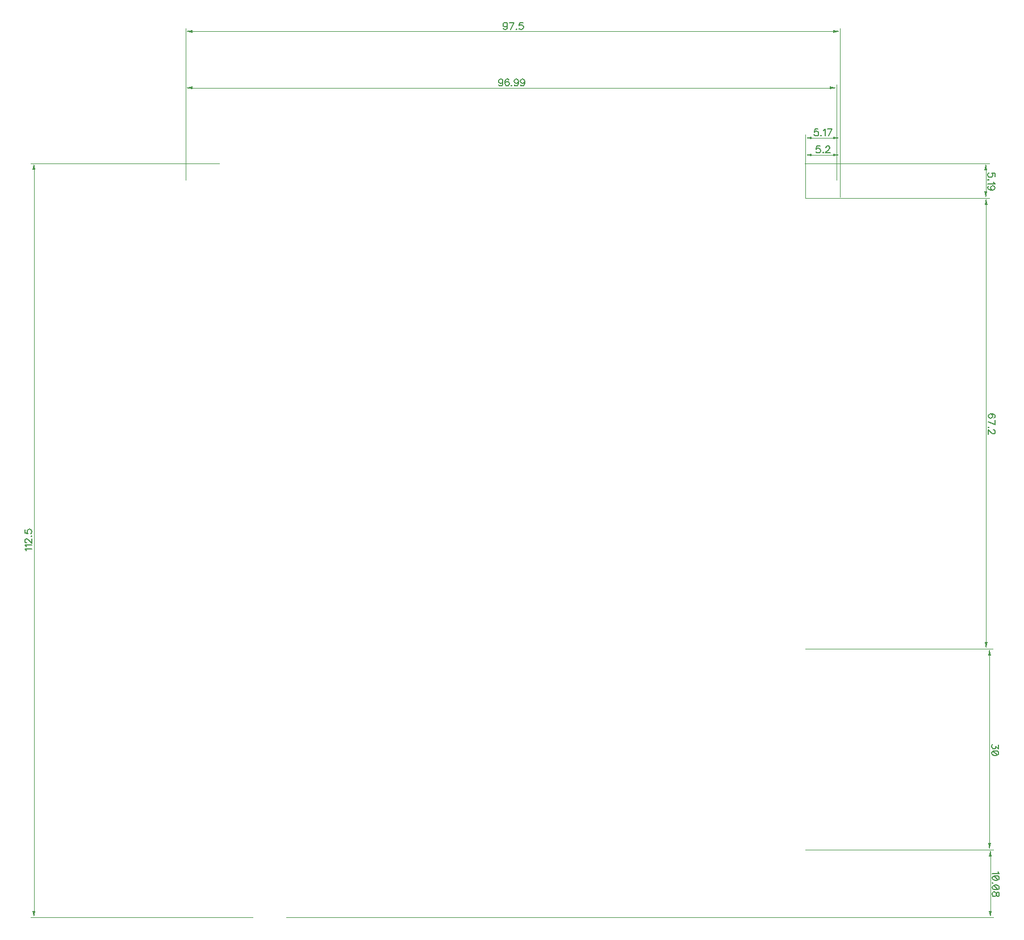
<source format=gbr>
G04 DipTrace 3.1.0.1*
G04 Panal-PCB-rev2-route-component2.TopDimension.gbr*
%MOIN*%
G04 #@! TF.FileFunction,Drawing,Top*
G04 #@! TF.Part,Single*
%ADD13C,0.001378*%
%ADD96C,0.006176*%
%FSLAX26Y26*%
G04*
G70*
G90*
G75*
G01*
G04 TopDimension*
%LPD*%
X4028963Y790892D2*
D13*
X5135262D1*
X984646Y394016D2*
X5135262D1*
X5115577Y592454D2*
Y751522D1*
G36*
Y790892D2*
X5123451Y751522D1*
X5107703D1*
X5115577Y790892D1*
G37*
Y592454D2*
D13*
Y433386D1*
G36*
Y394016D2*
X5107703Y433386D1*
X5123451D1*
X5115577Y394016D1*
G37*
X4028963Y4617664D2*
D13*
X5109475D1*
X4027290Y4821896D2*
X5109475D1*
X5089790Y4719780D2*
Y4657034D1*
G36*
Y4617664D2*
X5081916Y4657034D1*
X5097664D1*
X5089790Y4617664D1*
G37*
Y4719780D2*
D13*
Y4782526D1*
G36*
Y4821896D2*
X5097664Y4782526D1*
X5081916D1*
X5089790Y4821896D1*
G37*
X4028963Y790892D2*
D13*
X5131325D1*
X4028963Y1971995D2*
X5131325D1*
X5111640Y1381444D2*
Y830262D1*
G36*
Y790892D2*
X5103766Y830262D1*
X5119514D1*
X5111640Y790892D1*
G37*
Y1381444D2*
D13*
Y1932625D1*
G36*
Y1971995D2*
X5119514Y1932625D1*
X5103766D1*
X5111640Y1971995D1*
G37*
X4028963Y4617664D2*
D13*
X5111640D1*
X4028963Y1971995D2*
X5111640D1*
X5091955Y3294829D2*
Y4578294D1*
G36*
Y4617664D2*
X5099829Y4578294D1*
X5084081D1*
X5091955Y4617664D1*
G37*
Y3294829D2*
D13*
Y2011365D1*
G36*
Y1971995D2*
X5084081Y2011365D1*
X5099829D1*
X5091955Y1971995D1*
G37*
X4028963Y4617664D2*
D13*
Y4891202D1*
X4233612Y4715283D2*
Y4891202D1*
X4131287Y4871517D2*
X4068333D1*
G36*
X4028963D2*
X4068333Y4879391D1*
Y4863643D1*
X4028963Y4871517D1*
G37*
X4131287D2*
D13*
X4194241D1*
G36*
X4233612D2*
X4194241Y4863643D1*
Y4879391D1*
X4233612Y4871517D1*
G37*
X4232598Y4626299D2*
D13*
Y4991192D1*
X4028963Y4617664D2*
Y4991192D1*
X4130781Y4971507D2*
X4193228D1*
G36*
X4232598D2*
X4193228Y4963633D1*
Y4979381D1*
X4232598Y4971507D1*
G37*
X4130781D2*
D13*
X4068333D1*
G36*
X4028963D2*
X4068333Y4979381D1*
Y4963633D1*
X4028963Y4971507D1*
G37*
X394016Y4724724D2*
D13*
Y5285331D1*
X4212598Y4724235D2*
Y5285331D1*
X2303307Y5265646D2*
X433386D1*
G36*
X394016D2*
X433386Y5273520D1*
Y5257772D1*
X394016Y5265646D1*
G37*
X2303307D2*
D13*
X4173228D1*
G36*
X4212598D2*
X4173228Y5257772D1*
Y5273520D1*
X4212598Y5265646D1*
G37*
X590866Y4823150D2*
D13*
X-517395D1*
X787598Y394016D2*
X-517395D1*
X-497710Y2608583D2*
Y4783780D1*
G36*
Y4823150D2*
X-489836Y4783780D1*
X-505584D1*
X-497710Y4823150D1*
G37*
Y2608583D2*
D13*
Y433386D1*
G36*
Y394016D2*
X-505584Y433386D1*
X-489836D1*
X-497710Y394016D1*
G37*
X394016Y4724724D2*
D13*
Y5616581D1*
X4232598Y4626299D2*
Y5616581D1*
X2313307Y5596896D2*
X433386D1*
G36*
X394016D2*
X433386Y5604770D1*
Y5589022D1*
X394016Y5596896D1*
G37*
X2313307D2*
D13*
X4193228D1*
G36*
X4232598D2*
X4193228Y5589022D1*
Y5604770D1*
X4232598Y5596896D1*
G37*
X5160287Y660960D2*
D96*
X5162232Y657113D1*
X5167936Y651365D1*
X5127788D1*
X5167936Y627517D2*
X5166035Y633265D1*
X5160287Y637112D1*
X5150736Y639013D1*
X5144988D1*
X5135437Y637112D1*
X5129689Y633265D1*
X5127788Y627517D1*
Y623715D1*
X5129689Y617967D1*
X5135437Y614164D1*
X5144988Y612219D1*
X5150736D1*
X5160287Y614164D1*
X5166035Y617967D1*
X5167936Y623715D1*
Y627517D1*
X5160287Y614164D2*
X5135437Y637112D1*
X5131635Y597966D2*
X5129689Y599867D1*
X5127788Y597966D1*
X5129689Y596021D1*
X5131635Y597966D1*
X5167936Y572173D2*
X5166035Y577921D1*
X5160287Y581768D1*
X5150736Y583669D1*
X5144988D1*
X5135437Y581768D1*
X5129689Y577921D1*
X5127788Y572173D1*
Y568371D1*
X5129689Y562623D1*
X5135437Y558820D1*
X5144988Y556875D1*
X5150736D1*
X5160287Y558820D1*
X5166035Y562623D1*
X5167936Y568371D1*
Y572173D1*
X5160287Y558820D2*
X5135437Y581768D1*
X5167936Y534973D2*
X5166035Y540676D1*
X5162232Y542622D1*
X5158385D1*
X5154583Y540676D1*
X5152637Y536874D1*
X5150736Y529225D1*
X5148835Y523477D1*
X5144988Y519674D1*
X5141186Y517773D1*
X5135437D1*
X5131635Y519674D1*
X5129689Y521575D1*
X5127788Y527323D1*
Y534973D1*
X5129689Y540676D1*
X5131635Y542622D1*
X5135437Y544523D1*
X5141186D1*
X5144988Y542622D1*
X5148835Y538775D1*
X5150736Y533071D1*
X5152637Y525422D1*
X5154583Y521575D1*
X5158385Y519674D1*
X5162232D1*
X5166035Y521575D1*
X5167936Y527323D1*
Y534973D1*
X5142149Y4744836D2*
Y4763937D1*
X5124949Y4765839D1*
X5126850Y4763937D1*
X5128795Y4758189D1*
Y4752486D1*
X5126850Y4746738D1*
X5123047Y4742891D1*
X5117299Y4740990D1*
X5113497D1*
X5107749Y4742891D1*
X5103902Y4746738D1*
X5102001Y4752486D1*
Y4758189D1*
X5103902Y4763937D1*
X5105848Y4765839D1*
X5109650Y4767784D1*
X5105848Y4726737D2*
X5103902Y4728638D1*
X5102001Y4726737D1*
X5103902Y4724791D1*
X5105848Y4726737D1*
X5134499Y4712440D2*
X5136445Y4708593D1*
X5142149Y4702845D1*
X5102001D1*
X5128795Y4665600D2*
X5123047Y4667546D1*
X5119201Y4671348D1*
X5117299Y4677096D1*
Y4678998D1*
X5119201Y4684746D1*
X5123047Y4688548D1*
X5128795Y4690494D1*
X5130697D1*
X5136445Y4688548D1*
X5140247Y4684746D1*
X5142149Y4678998D1*
Y4677096D1*
X5140247Y4671348D1*
X5136445Y4667546D1*
X5128795Y4665600D1*
X5119201D1*
X5109650Y4667546D1*
X5103902Y4671348D1*
X5102001Y4677096D1*
Y4680899D1*
X5103902Y4686647D1*
X5107749Y4688548D1*
X5163999Y1407479D2*
Y1386477D1*
X5148700Y1397929D1*
Y1392181D1*
X5146799Y1388378D1*
X5144898Y1386477D1*
X5139150Y1384531D1*
X5135347D1*
X5129599Y1386477D1*
X5125752Y1390279D1*
X5123851Y1396027D1*
Y1401776D1*
X5125752Y1407479D1*
X5127698Y1409381D1*
X5131500Y1411326D1*
X5163999Y1360684D2*
X5162098Y1366432D1*
X5156350Y1370279D1*
X5146799Y1372180D1*
X5141051D1*
X5131500Y1370279D1*
X5125752Y1366432D1*
X5123851Y1360684D1*
Y1356881D1*
X5125752Y1351133D1*
X5131500Y1347331D1*
X5141051Y1345385D1*
X5146799D1*
X5156350Y1347331D1*
X5162098Y1351133D1*
X5163999Y1356881D1*
Y1360684D1*
X5156350Y1347331D2*
X5131500Y1370279D1*
X5138610Y3328463D2*
X5142413Y3330365D1*
X5144314Y3336113D1*
Y3339915D1*
X5142413Y3345663D1*
X5136665Y3349510D1*
X5127114Y3351411D1*
X5117563D1*
X5109914Y3349510D1*
X5106067Y3345663D1*
X5104166Y3339915D1*
Y3338014D1*
X5106067Y3332310D1*
X5109914Y3328463D1*
X5115662Y3326562D1*
X5117563D1*
X5123312Y3328463D1*
X5127114Y3332310D1*
X5129015Y3338014D1*
Y3339915D1*
X5127114Y3345663D1*
X5123312Y3349510D1*
X5117563Y3351411D1*
X5104166Y3306561D2*
X5144314Y3287416D1*
Y3314211D1*
X5108013Y3273163D2*
X5106067Y3275065D1*
X5104166Y3273163D1*
X5106067Y3271218D1*
X5108013Y3273163D1*
X5134763Y3256921D2*
X5136665D1*
X5140511Y3255020D1*
X5142413Y3253118D1*
X5144314Y3249272D1*
Y3241622D1*
X5142413Y3237820D1*
X5140511Y3235919D1*
X5136665Y3233973D1*
X5132862D1*
X5129015Y3235919D1*
X5123312Y3239721D1*
X5104166Y3258866D1*
Y3232072D1*
X4116254Y4923876D2*
X4097153D1*
X4095251Y4906676D1*
X4097153Y4908577D1*
X4102901Y4910522D1*
X4108604D1*
X4114352Y4908577D1*
X4118199Y4904774D1*
X4120100Y4899026D1*
Y4895224D1*
X4118199Y4889476D1*
X4114352Y4885629D1*
X4108604Y4883728D1*
X4102901D1*
X4097153Y4885629D1*
X4095251Y4887575D1*
X4093306Y4891377D1*
X4134353Y4887575D2*
X4132452Y4885629D1*
X4134353Y4883728D1*
X4136299Y4885629D1*
X4134353Y4887575D1*
X4150596Y4914325D2*
Y4916226D1*
X4152497Y4920073D1*
X4154398Y4921974D1*
X4158245Y4923876D1*
X4165894D1*
X4169697Y4921974D1*
X4171598Y4920073D1*
X4173543Y4916226D1*
Y4912424D1*
X4171598Y4908577D1*
X4167795Y4902873D1*
X4148650Y4883728D1*
X4175445D1*
X4104774Y5023865D2*
X4085673D1*
X4083772Y5006665D1*
X4085673Y5008567D1*
X4091421Y5010512D1*
X4097125D1*
X4102873Y5008567D1*
X4106720Y5004764D1*
X4108621Y4999016D1*
Y4995213D1*
X4106720Y4989465D1*
X4102873Y4985619D1*
X4097125Y4983717D1*
X4091421D1*
X4085673Y4985619D1*
X4083772Y4987564D1*
X4081826Y4991367D1*
X4122873Y4987564D2*
X4120972Y4985619D1*
X4122873Y4983717D1*
X4124819Y4985619D1*
X4122873Y4987564D1*
X4137170Y5016216D2*
X4141017Y5018161D1*
X4146765Y5023865D1*
Y4983717D1*
X4166766D2*
X4185911Y5023865D1*
X4159117D1*
X2254897Y5304651D2*
X2252952Y5298903D1*
X2249149Y5295056D1*
X2243401Y5293155D1*
X2241500D1*
X2235752Y5295056D1*
X2231950Y5298903D1*
X2230004Y5304651D1*
Y5306552D1*
X2231950Y5312300D1*
X2235752Y5316103D1*
X2241500Y5318004D1*
X2243401D1*
X2249149Y5316103D1*
X2252952Y5312300D1*
X2254897Y5304651D1*
Y5295056D1*
X2252952Y5285506D1*
X2249149Y5279758D1*
X2243401Y5277856D1*
X2239599D1*
X2233851Y5279758D1*
X2231950Y5283604D1*
X2290197Y5312300D2*
X2288296Y5316103D1*
X2282547Y5318004D1*
X2278745D1*
X2272997Y5316103D1*
X2269150Y5310355D1*
X2267249Y5300804D1*
Y5291254D1*
X2269150Y5283604D1*
X2272997Y5279758D1*
X2278745Y5277856D1*
X2280646D1*
X2286350Y5279758D1*
X2290197Y5283604D1*
X2292098Y5289352D1*
Y5291254D1*
X2290197Y5297002D1*
X2286350Y5300804D1*
X2280646Y5302706D1*
X2278745D1*
X2272997Y5300804D1*
X2269150Y5297002D1*
X2267249Y5291254D1*
X2306351Y5281703D2*
X2304449Y5279758D1*
X2306351Y5277856D1*
X2308296Y5279758D1*
X2306351Y5281703D1*
X2345541Y5304651D2*
X2343596Y5298903D1*
X2339793Y5295056D1*
X2334045Y5293155D1*
X2332144D1*
X2326396Y5295056D1*
X2322593Y5298903D1*
X2320648Y5304651D1*
Y5306552D1*
X2322593Y5312300D1*
X2326396Y5316103D1*
X2332144Y5318004D1*
X2334045D1*
X2339793Y5316103D1*
X2343596Y5312300D1*
X2345541Y5304651D1*
Y5295056D1*
X2343596Y5285506D1*
X2339793Y5279758D1*
X2334045Y5277856D1*
X2330242D1*
X2324494Y5279758D1*
X2322593Y5283604D1*
X2382786Y5304651D2*
X2380840Y5298903D1*
X2377038Y5295056D1*
X2371290Y5293155D1*
X2369388D1*
X2363640Y5295056D1*
X2359838Y5298903D1*
X2357892Y5304651D1*
Y5306552D1*
X2359838Y5312300D1*
X2363640Y5316103D1*
X2369388Y5318004D1*
X2371290D1*
X2377038Y5316103D1*
X2380840Y5312300D1*
X2382786Y5304651D1*
Y5295056D1*
X2380840Y5285506D1*
X2377038Y5279758D1*
X2371290Y5277856D1*
X2367487D1*
X2361739Y5279758D1*
X2359838Y5283604D1*
X-542419Y2548655D2*
X-544365Y2552502D1*
X-550069Y2558250D1*
X-509921D1*
X-542419Y2570601D2*
X-544365Y2574448D1*
X-550069Y2580196D1*
X-509921D1*
X-540518Y2594493D2*
X-542419D1*
X-546266Y2596394D1*
X-548167Y2598295D1*
X-550069Y2602142D1*
Y2609791D1*
X-548167Y2613594D1*
X-546266Y2615495D1*
X-542419Y2617441D1*
X-538617D1*
X-534770Y2615495D1*
X-529066Y2611693D1*
X-509921Y2592547D1*
Y2619342D1*
X-513767Y2633595D2*
X-511822Y2631693D1*
X-509921Y2633595D1*
X-511822Y2635540D1*
X-513767Y2633595D1*
X-550069Y2670839D2*
Y2651738D1*
X-532869Y2649837D1*
X-534770Y2651738D1*
X-536715Y2657486D1*
Y2663190D1*
X-534770Y2668938D1*
X-530967Y2672785D1*
X-525219Y2674686D1*
X-521417D1*
X-515669Y2672785D1*
X-511822Y2668938D1*
X-509921Y2663190D1*
Y2657486D1*
X-511822Y2651738D1*
X-513767Y2649837D1*
X-517570Y2647891D1*
X2281596Y5635902D2*
X2279651Y5630154D1*
X2275848Y5626307D1*
X2270100Y5624406D1*
X2268199D1*
X2262451Y5626307D1*
X2258649Y5630154D1*
X2256703Y5635902D1*
Y5637803D1*
X2258649Y5643551D1*
X2262451Y5647354D1*
X2268199Y5649255D1*
X2270100D1*
X2275848Y5647354D1*
X2279651Y5643551D1*
X2281596Y5635902D1*
Y5626307D1*
X2279651Y5616756D1*
X2275848Y5611008D1*
X2270100Y5609107D1*
X2266298D1*
X2260550Y5611008D1*
X2258649Y5614855D1*
X2301597Y5609107D2*
X2320743Y5649255D1*
X2293948D1*
X2334995Y5612954D2*
X2333094Y5611008D1*
X2334995Y5609107D1*
X2336941Y5611008D1*
X2334995Y5612954D1*
X2372240Y5649255D2*
X2353139D1*
X2351238Y5632055D1*
X2353139Y5633956D1*
X2358887Y5635902D1*
X2364591D1*
X2370339Y5633956D1*
X2374186Y5630154D1*
X2376087Y5624406D1*
Y5620603D1*
X2374186Y5614855D1*
X2370339Y5611008D1*
X2364591Y5609107D1*
X2358887D1*
X2353139Y5611008D1*
X2351238Y5612954D1*
X2349292Y5616756D1*
M02*

</source>
